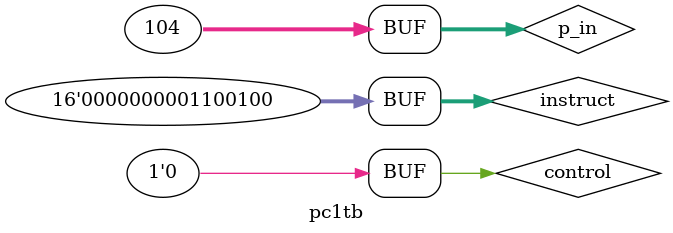
<source format=v>
module pc1tb;
reg [31:0] p_in;
wire [31:0] p_out;
reg [15:0] instruct;
reg control;
reg clk;
pc1 uu1(.p_in(p_in),.p_out(p_out),.instruct(instruct),.control(control),.clk(clk));
      
     
    initial
         begin
               $monitor("pc in =%d pc out =%d instruction =%d  control =%d",p_in,p_out,instruct,control);
               #5 p_in=32'd104;  instruct=16'd100; control=1'b1;
			   #5 p_in=32'd104;  instruct=16'd100; control=1'b0;
			   
         end
 endmodule
</source>
